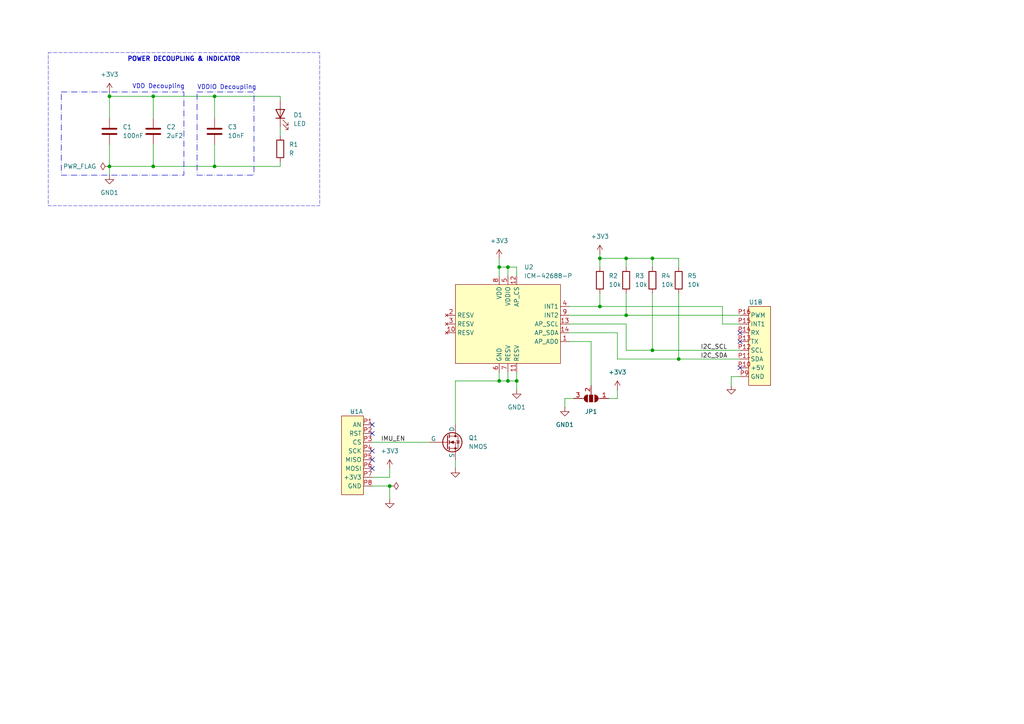
<source format=kicad_sch>
(kicad_sch (version 20250114) (generator "eeschema") (generator_version "9.0")
  (paper "A4")
  (title_block (title "IMU7Click_ICM-42688-P") (rev "0.1") (company "University of Cape Town") (comment 1 "Project: IMU7Click_Update") (comment 2 "Author: Theon_Smith"))
  (lib_symbols
    (symbol "Device:C" (pin_numbers (hide yes)) (pin_names (offset 0.254))
      (property "Reference" "C" (at 0.635 2.54 0))
      (property "Value" "C" (at 0.635 -2.54 0))
      (symbol "C_0_1"
        (polyline (pts (xy -2.032 0.762) (xy 2.032 0.762)) (stroke (width 0.508)))
        (polyline (pts (xy -2.032 -0.762) (xy 2.032 -0.762)) (stroke (width 0.508)))
      )
      (symbol "C_1_1"
        (pin passive line (at 0 3.81 270) (length 2.794) (name "~") (number "1"))
        (pin passive line (at 0 -3.81 90) (length 2.794) (name "~") (number "2"))
      )
    )
    (symbol "Device:LED" (pin_numbers (hide yes)) (pin_names (offset 1.016) (hide yes))
      (property "Reference" "D" (at 0 2.54 0))
      (property "Value" "LED" (at 0 -2.54 0))
      (symbol "LED_0_1"
        (polyline (pts (xy -3.048 -0.762) (xy -4.572 -2.286) (xy -3.81 -2.286) (xy -4.572 -2.286) (xy -4.572 -1.524)))
        (polyline (pts (xy -1.778 -0.762) (xy -3.302 -2.286) (xy -2.54 -2.286) (xy -3.302 -2.286) (xy -3.302 -1.524)))
        (polyline (pts (xy -1.27 0) (xy 1.27 0)))
        (polyline (pts (xy -1.27 -1.27) (xy -1.27 1.27)) (stroke (width 0.254)))
        (polyline (pts (xy 1.27 -1.27) (xy 1.27 1.27) (xy -1.27 0) (xy 1.27 -1.27)) (stroke (width 0.254)))
      )
      (symbol "LED_1_1"
        (pin passive line (at -3.81 0 0) (length 2.54) (name "K") (number "1"))
        (pin passive line (at 3.81 0 180) (length 2.54) (name "A") (number "2"))
      )
    )
    (symbol "Device:R" (pin_numbers (hide yes)) (pin_names (offset 0))
      (property "Reference" "R" (at 2.032 0 90))
      (property "Value" "R" (at 0 0 90))
      (symbol "R_0_1"
        (rectangle (start -1.016 -2.54) (end 1.016 2.54) (stroke (width 0.254)))
      )
      (symbol "R_1_1"
        (pin passive line (at 0 3.81 270) (length 1.27) (name "~") (number "1"))
        (pin passive line (at 0 -3.81 90) (length 1.27) (name "~") (number "2"))
      )
    )
    (symbol "IMU_ICM:ICM-42688-P"
      (property "Reference" "U" (at 13.208 12.954 0))
      (property "Value" "ICM-42688-P" (at 11.176 -12.7 0))
      (symbol "ICM-42688-P_0_0"
        (pin no_connect line (at -17.78 2.54 0) (length 2.54) (name "RESV") (number "2"))
        (pin no_connect line (at -17.78 0 0) (length 2.54) (name "RESV") (number "3"))
        (pin no_connect line (at -17.78 -2.54 0) (length 2.54) (name "RESV") (number "10"))
        (pin power_in line (at -2.54 13.97 270) (length 2.54) (name "VDD") (number "8"))
        (pin power_in line (at -2.54 -13.97 90) (length 2.54) (name "GND") (number "6"))
        (pin power_in line (at 0 13.97 270) (length 2.54) (name "VDDIO") (number "5"))
        (pin passive line (at 0 -13.97 90) (length 2.54) (name "RESV") (number "7"))
        (pin input line (at 2.54 13.97 270) (length 2.54) (name "AP_CS") (number "12"))
        (pin passive line (at 2.54 -13.97 90) (length 2.54) (name "RESV") (number "11"))
        (pin output line (at 17.78 5.08 180) (length 2.54) (name "INT1") (number "4"))
        (pin output line (at 17.78 2.54 180) (length 2.54) (name "INT2") (number "9"))
        (pin input line (at 17.78 0 180) (length 2.54) (name "AP_SCL") (number "13"))
        (pin bidirectional line (at 17.78 -2.54 180) (length 2.54) (name "AP_SDA") (number "14"))
        (pin input line (at 17.78 -5.08 180) (length 2.54) (name "AP_AD0") (number "1"))
      )
      (symbol "ICM-42688-P_1_1"
        (rectangle (start -15.24 11.43) (end 15.24 -11.43) (fill (type background)))
      )
    )
    (symbol "Jumper:SolderJumper_3_Open" (pin_names (offset 0) (hide yes)) (in_bom no)
      (property "Reference" "JP" (at -2.54 -2.54 0))
      (property "Value" "SolderJumper_3_Open" (at 0 2.794 0))
      (symbol "SolderJumper_3_Open_0_1"
        (polyline (pts (xy -2.54 0) (xy -2.032 0)))
        (polyline (pts (xy -1.016 1.016) (xy -1.016 -1.016)))
        (arc (start -1.016 -1.016) (mid -2.0276 0) (end -1.016 1.016))
        (arc (start -1.016 -1.016) (mid -2.0276 0) (end -1.016 1.016) (fill (type outline)))
        (rectangle (start -0.508 1.016) (end 0.508 -1.016) (fill (type outline)))
        (polyline (pts (xy 0 -1.27) (xy 0 -1.016)))
        (arc (start 1.016 1.016) (mid 2.0276 0) (end 1.016 -1.016))
        (arc (start 1.016 1.016) (mid 2.0276 0) (end 1.016 -1.016) (fill (type outline)))
        (polyline (pts (xy 1.016 1.016) (xy 1.016 -1.016)))
        (polyline (pts (xy 2.54 0) (xy 2.032 0)))
      )
      (symbol "SolderJumper_3_Open_1_1"
        (pin passive line (at -5.08 0 0) (length 2.54) (name "A") (number "1"))
        (pin passive line (at 0 -3.81 90) (length 2.54) (name "C") (number "2"))
        (pin passive line (at 5.08 0 180) (length 2.54) (name "B") (number "3"))
      )
    )
    (symbol "Simulation_SPICE:NMOS" (pin_numbers (hide yes)) (pin_names (offset 0))
      (property "Reference" "Q" (at 5.08 1.27 0))
      (property "Value" "NMOS" (at 5.08 -1.27 0))
      (symbol "NMOS_0_1"
        (polyline (pts (xy 0.254 1.905) (xy 0.254 -1.905)) (stroke (width 0.254)))
        (polyline (pts (xy 0.254 0) (xy -2.54 0)))
        (polyline (pts (xy 0.762 2.286) (xy 0.762 1.27)) (stroke (width 0.254)))
        (polyline (pts (xy 0.762 0.508) (xy 0.762 -0.508)) (stroke (width 0.254)))
        (polyline (pts (xy 0.762 -1.27) (xy 0.762 -2.286)) (stroke (width 0.254)))
        (polyline (pts (xy 0.762 -1.778) (xy 3.302 -1.778) (xy 3.302 1.778) (xy 0.762 1.778)))
        (polyline (pts (xy 1.016 0) (xy 2.032 0.381) (xy 2.032 -0.381) (xy 1.016 0)) (fill (type outline)))
        (circle (center 1.651 0) (radius 2.794) (stroke (width 0.254)))
        (polyline (pts (xy 2.54 2.54) (xy 2.54 1.778)))
        (circle (center 2.54 1.778) (radius 0.254) (fill (type outline)))
        (circle (center 2.54 -1.778) (radius 0.254) (fill (type outline)))
        (polyline (pts (xy 2.54 -2.54) (xy 2.54 0) (xy 0.762 0)))
        (polyline (pts (xy 2.794 0.508) (xy 2.921 0.381) (xy 3.683 0.381) (xy 3.81 0.254)))
        (polyline (pts (xy 3.302 0.381) (xy 2.921 -0.254) (xy 3.683 -0.254) (xy 3.302 0.381)))
      )
      (symbol "NMOS_1_1"
        (pin input line (at -5.08 0 0) (length 2.54) (name "G") (number "2"))
        (pin passive line (at 2.54 5.08 270) (length 2.54) (name "D") (number "1"))
        (pin passive line (at 2.54 -5.08 90) (length 2.54) (name "S") (number "3"))
      )
    )
    (symbol "mikroBUS:mikroBUS_Module" (in_bom no)
      (property "Reference" "U" (at 0.508 12.7 0))
      (symbol "mikroBUS_Module_1_0"
        (pin passive line (at -6.35 8.89 0) (length 2.54) (name "AN") (number "P1"))
        (pin passive line (at -6.35 6.35 0) (length 2.54) (name "RST") (number "P2"))
        (pin passive line (at -6.35 3.81 0) (length 2.54) (name "CS") (number "P3"))
        (pin output line (at -6.35 1.27 0) (length 2.54) (name "SCK") (number "P4"))
        (pin input line (at -6.35 -1.27 0) (length 2.54) (name "MISO") (number "P5"))
        (pin output line (at -6.35 -3.81 0) (length 2.54) (name "MOSI") (number "P6"))
        (pin power_out line (at -6.35 -6.35 0) (length 2.54) (name "+3V3") (number "P7"))
        (pin power_in line (at -6.35 -8.89 0) (length 2.54) (name "GND") (number "P8"))
      )
      (symbol "mikroBUS_Module_1_1"
        (rectangle (start -3.81 11.43) (end 2.54 -11.43) (fill (type background)))
      )
      (symbol "mikroBUS_Module_2_0"
        (pin passive line (at -6.35 8.89 0) (length 2.54) (name "PWM") (number "P16"))
        (pin passive line (at -6.35 6.35 0) (length 2.54) (name "INT1") (number "P15"))
        (pin passive line (at -6.35 3.81 0) (length 2.54) (name "RX") (number "P14"))
        (pin passive line (at -6.35 1.27 0) (length 2.54) (name "TX") (number "P13"))
        (pin passive line (at -6.35 -1.27 0) (length 2.54) (name "SCL") (number "P12"))
        (pin passive line (at -6.35 -3.81 0) (length 2.54) (name "SDA") (number "P11"))
        (pin power_out line (at -6.35 -6.35 0) (length 2.54) (name "+5V") (number "P10"))
        (pin power_in line (at -6.35 -8.89 0) (length 2.54) (name "GND") (number "P9"))
      )
      (symbol "mikroBUS_Module_2_1"
        (rectangle (start -3.81 11.43) (end 2.54 -11.43) (fill (type background)))
      )
    )
    (symbol "power:+3V3" (power) (pin_numbers (hide yes)) (pin_names (offset 0) (hide yes))
      (property "Value" "+3V3" (at 0 3.556 0))
      (symbol "+3V3_0_1"
        (polyline (pts (xy -0.762 1.27) (xy 0 2.54)))
        (polyline (pts (xy 0 2.54) (xy 0.762 1.27)))
        (polyline (pts (xy 0 0) (xy 0 2.54)))
      )
      (symbol "+3V3_1_1"
        (pin power_in line (at 0 0 90) (length 0) (name "~") (number "1"))
      )
    )
    (symbol "power:GND" (power) (pin_numbers (hide yes)) (pin_names (offset 0) (hide yes))
      (property "Value" "GND" (at 0 -3.81 0))
      (symbol "GND_0_1"
        (polyline (pts (xy 0 0) (xy 0 -1.27) (xy 1.27 -1.27) (xy 0 -2.54) (xy -1.27 -1.27) (xy 0 -1.27)))
      )
      (symbol "GND_1_1"
        (pin power_in line (at 0 0 270) (length 0) (name "~") (number "1"))
      )
    )
    (symbol "power:GND1" (power) (pin_numbers (hide yes)) (pin_names (offset 0) (hide yes))
      (property "Value" "GND1" (at 0 -3.81 0))
      (symbol "GND1_0_1"
        (polyline (pts (xy 0 0) (xy 0 -1.27) (xy 1.27 -1.27) (xy 0 -2.54) (xy -1.27 -1.27) (xy 0 -1.27)))
      )
      (symbol "GND1_1_1"
        (pin power_in line (at 0 0 270) (length 0) (name "~") (number "1"))
      )
    )
    (symbol "power:PWR_FLAG" (power) (pin_numbers (hide yes)) (pin_names (offset 0) (hide yes))
      (property "Value" "PWR_FLAG" (at 0 3.81 0))
      (symbol "PWR_FLAG_0_0"
        (pin power_out line (at 0 0 90) (length 0) (name "~") (number "1"))
      )
      (symbol "PWR_FLAG_0_1"
        (polyline (pts (xy 0 0) (xy 0 1.27) (xy -1.016 1.905) (xy 0 2.54) (xy 1.016 1.905) (xy 0 1.27)))
      )
    )
  )
  (rectangle (start 17.78 26.67) (end 53.34 50.8) (stroke (width 0) (type dash_dot)))
  (rectangle (start 57.15 26.67) (end 73.66 50.8) (stroke (width 0) (type dash_dot)))
  (text "VDDIO Decoupling" (at 65.786 25.4 0) (effects (font (size 1.27 1.27))))
  (text "VDD Decoupling\n" (at 45.974 25.146 0) (effects (font (size 1.27 1.27))))
  (text_box "POWER DECOUPLING & INDICATOR" (exclude_from_sim yes) (at 13.97 15.24 0) (size 78.74 44.45) (margins 1.0025 1.0025 1.0025 1.0025) (stroke (width 0.1) (type dash)) (effects (font (size 1.27 1.27) (thickness 0.254) (bold yes)) (justify top)))
  (text_box "Schematic Steps for PCB production:\n\n1. Fill in drawing sheet information\n\n2. Make your schematic. I like to use the TITLE block for separating circuits\n\n3. Test points, mounting holes\n\n4. Annotate\n\n5. Run an ERC\n\n6. Assign footprints\n\n7. BOM has an LCSC column, fill in for all components you want populated.\n\n8. Optional unit cost column\n\n9. If circuit is changed, don't forget revision number" (exclude_from_sim yes) (at 297.18 15.24 0) (size 87.63 49.53) (margins 1.125 1.125 1.125 1.125) (fill (type color) (color 255 255 255 1)) (effects (font (size 1.5 1.5)) (justify left top)))
  (junction (at 113.03 140.97))
  (junction (at 44.45 48.26))
  (junction (at 44.45 27.94))
  (junction (at 31.75 48.26))
  (junction (at 147.32 110.49))
  (junction (at 149.86 110.49))
  (junction (at 181.61 91.44))
  (junction (at 31.75 27.94))
  (junction (at 189.23 101.6))
  (junction (at 189.23 74.93))
  (junction (at 196.85 104.14))
  (junction (at 144.78 77.47))
  (junction (at 173.99 88.9))
  (junction (at 62.23 48.26))
  (junction (at 173.99 74.93))
  (junction (at 62.23 27.94))
  (junction (at 144.78 110.49))
  (junction (at 147.32 77.47))
  (junction (at 181.61 74.93))
  (no_connect (at 107.95 123.19))
  (no_connect (at 107.95 133.35))
  (no_connect (at 214.63 99.06))
  (no_connect (at 107.95 135.89))
  (no_connect (at 214.63 96.52))
  (no_connect (at 107.95 125.73))
  (no_connect (at 214.63 106.68))
  (no_connect (at 107.95 130.81))
  (wire (pts (xy 165.1 91.44) (xy 181.61 91.44)))
  (wire (pts (xy 189.23 74.93) (xy 189.23 77.47)))
  (wire (pts (xy 147.32 107.95) (xy 147.32 110.49)))
  (wire (pts (xy 31.75 50.8) (xy 31.75 48.26)))
  (wire (pts (xy 147.32 77.47) (xy 144.78 77.47)))
  (wire (pts (xy 149.86 80.01) (xy 149.86 77.47)))
  (wire (pts (xy 189.23 101.6) (xy 214.63 101.6)))
  (wire (pts (xy 81.28 36.83) (xy 81.28 39.37)))
  (wire (pts (xy 181.61 77.47) (xy 181.61 74.93)))
  (wire (pts (xy 196.85 77.47) (xy 196.85 74.93)))
  (wire (pts (xy 173.99 74.93) (xy 181.61 74.93)))
  (wire (pts (xy 189.23 85.09) (xy 189.23 101.6)))
  (wire (pts (xy 113.03 144.78) (xy 113.03 140.97)))
  (wire (pts (xy 147.32 80.01) (xy 147.32 77.47)))
  (wire (pts (xy 179.07 104.14) (xy 196.85 104.14)))
  (wire (pts (xy 149.86 110.49) (xy 149.86 113.03)))
  (wire (pts (xy 62.23 48.26) (xy 81.28 48.26)))
  (wire (pts (xy 62.23 41.91) (xy 62.23 48.26)))
  (wire (pts (xy 196.85 74.93) (xy 189.23 74.93)))
  (wire (pts (xy 181.61 101.6) (xy 189.23 101.6)))
  (wire (pts (xy 196.85 104.14) (xy 214.63 104.14)))
  (wire (pts (xy 144.78 107.95) (xy 144.78 110.49)))
  (wire (pts (xy 44.45 48.26) (xy 62.23 48.26)))
  (wire (pts (xy 171.45 111.76) (xy 171.45 99.06)))
  (wire (pts (xy 144.78 74.93) (xy 144.78 77.47)))
  (wire (pts (xy 81.28 48.26) (xy 81.28 46.99)))
  (wire (pts (xy 113.03 138.43) (xy 113.03 135.89)))
  (wire (pts (xy 163.83 115.57) (xy 166.37 115.57)))
  (wire (pts (xy 181.61 74.93) (xy 189.23 74.93)))
  (wire (pts (xy 107.95 128.27) (xy 124.46 128.27)))
  (wire (pts (xy 31.75 48.26) (xy 44.45 48.26)))
  (wire (pts (xy 173.99 77.47) (xy 173.99 74.93)))
  (wire (pts (xy 149.86 110.49) (xy 147.32 110.49)))
  (wire (pts (xy 81.28 27.94) (xy 62.23 27.94)))
  (wire (pts (xy 149.86 77.47) (xy 147.32 77.47)))
  (wire (pts (xy 209.55 93.98) (xy 214.63 93.98)))
  (wire (pts (xy 44.45 27.94) (xy 31.75 27.94)))
  (wire (pts (xy 181.61 93.98) (xy 181.61 101.6)))
  (wire (pts (xy 179.07 96.52) (xy 179.07 104.14)))
  (wire (pts (xy 31.75 26.67) (xy 31.75 27.94)))
  (wire (pts (xy 132.08 110.49) (xy 132.08 123.19)))
  (wire (pts (xy 165.1 96.52) (xy 179.07 96.52)))
  (wire (pts (xy 179.07 115.57) (xy 179.07 113.03)))
  (wire (pts (xy 144.78 77.47) (xy 144.78 80.01)))
  (wire (pts (xy 173.99 88.9) (xy 209.55 88.9)))
  (wire (pts (xy 62.23 34.29) (xy 62.23 27.94)))
  (wire (pts (xy 44.45 27.94) (xy 62.23 27.94)))
  (wire (pts (xy 113.03 140.97) (xy 107.95 140.97)))
  (wire (pts (xy 31.75 41.91) (xy 31.75 48.26)))
  (wire (pts (xy 165.1 93.98) (xy 181.61 93.98)))
  (wire (pts (xy 163.83 118.11) (xy 163.83 115.57)))
  (wire (pts (xy 196.85 85.09) (xy 196.85 104.14)))
  (wire (pts (xy 107.95 138.43) (xy 113.03 138.43)))
  (wire (pts (xy 44.45 41.91) (xy 44.45 48.26)))
  (wire (pts (xy 181.61 85.09) (xy 181.61 91.44)))
  (wire (pts (xy 214.63 109.22) (xy 212.09 109.22)))
  (wire (pts (xy 173.99 85.09) (xy 173.99 88.9)))
  (wire (pts (xy 181.61 91.44) (xy 214.63 91.44)))
  (wire (pts (xy 176.53 115.57) (xy 179.07 115.57)))
  (wire (pts (xy 165.1 88.9) (xy 173.99 88.9)))
  (wire (pts (xy 132.08 133.35) (xy 132.08 135.89)))
  (wire (pts (xy 149.86 107.95) (xy 149.86 110.49)))
  (wire (pts (xy 171.45 99.06) (xy 165.1 99.06)))
  (wire (pts (xy 31.75 27.94) (xy 31.75 34.29)))
  (wire (pts (xy 147.32 110.49) (xy 144.78 110.49)))
  (wire (pts (xy 81.28 29.21) (xy 81.28 27.94)))
  (wire (pts (xy 173.99 73.66) (xy 173.99 74.93)))
  (wire (pts (xy 212.09 109.22) (xy 212.09 111.76)))
  (wire (pts (xy 132.08 110.49) (xy 144.78 110.49)))
  (wire (pts (xy 44.45 34.29) (xy 44.45 27.94)))
  (wire (pts (xy 209.55 93.98) (xy 209.55 88.9)))
  (label "I2C_SCL" (at 203.2 101.6 0))
  (label "I2C_SDA" (at 203.2 104.14 0))
  (label "IMU_EN" (at 110.49 128.27 0))
  (symbol (lib_id "power:GND1") (at 149.86 113.03 0) (unit 1)
    (property "Reference" "#PWR07" (effects (hide yes)))
    (property "Value" "GND1" (at 149.86 118.11 0))
    (property "Description" "Power symbol creates a global label with name \"GND1\" , ground" (effects (hide yes)))
  )
  (symbol (lib_id "Device:R") (at 81.28 43.18 0) (unit 1)
    (property "Reference" "R1" (at 83.82 41.9099 0) (effects (justify left)))
    (property "Value" "R" (at 83.82 44.4499 0) (effects (justify left)))
    (property "Footprint" "Resistor_SMD:R_0603_1608Metric_Pad0.98x0.95mm_HandSolder" (effects (hide yes)))
    (property "Description" "Resistor" (effects (hide yes)))
  )
  (symbol (lib_id "IMU_ICM:ICM-42688-P") (at 147.32 93.98 0) (unit 1)
    (property "Reference" "U2" (at 152.0033 77.47 0) (effects (justify left)))
    (property "Value" "ICM-42688-P" (at 152.0033 80.01 0) (effects (justify left)))
    (property "Footprint" "ICM-42688-P:ICM-42688-P" (effects (hide yes)))
    (property "Description" "ICM-42688-P for use with I2C" (effects (hide yes)))
  )
  (symbol (lib_id "Device:C") (at 62.23 38.1 0) (unit 1)
    (property "Reference" "C3" (at 66.04 36.8299 0) (effects (justify left)))
    (property "Value" "10nF" (at 66.04 39.3699 0) (effects (justify left)))
    (property "Footprint" "Capacitor_SMD:C_0603_1608Metric_Pad1.08x0.95mm_HandSolder" (effects (hide yes)))
    (property "Description" "Unpolarized capacitor" (effects (hide yes)))
  )
  (symbol (lib_id "power:+3V3") (at 179.07 113.03 0) (unit 1)
    (property "Reference" "#PWR010" (effects (hide yes)))
    (property "Value" "+3V3" (at 179.07 107.95 0))
    (property "Description" "Power symbol creates a global label with name \"+3V3\"" (effects (hide yes)))
  )
  (symbol (lib_id "Device:LED") (at 81.28 33.02 90) (unit 1)
    (property "Reference" "D1" (at 85.09 33.3374 90) (effects (justify right)))
    (property "Value" "LED" (at 85.09 35.8774 90) (effects (justify right)))
    (property "Footprint" "LED_SMD:LED_0805_2012Metric_Pad1.15x1.40mm_HandSolder" (effects (hide yes)))
    (property "Description" "Light emitting diode" (effects (hide yes)))
    (property "Sim.Pins" "1=K 2=A" (effects (hide yes)))
  )
  (symbol (lib_id "power:GND") (at 212.09 111.76 0) (unit 1)
    (property "Reference" "#PWR011" (effects (hide yes)))
    (property "Value" "GND" (effects (hide yes)))
    (property "Description" "Power symbol creates a global label with name \"GND\" , ground" (effects (hide yes)))
  )
  (symbol (lib_id "Device:R") (at 189.23 81.28 0) (unit 1)
    (property "Reference" "R4" (at 191.77 80.0099 0) (effects (justify left)))
    (property "Value" "10k" (at 191.77 82.5499 0) (effects (justify left)))
    (property "Footprint" "Resistor_SMD:R_0603_1608Metric_Pad0.98x0.95mm_HandSolder" (effects (hide yes)))
    (property "Description" "Resistor" (effects (hide yes)))
  )
  (symbol (lib_id "power:PWR_FLAG") (at 31.75 48.26 90) (unit 1)
    (property "Reference" "#FLG01" (effects (hide yes)))
    (property "Value" "PWR_FLAG" (at 27.94 48.2599 90) (effects (justify left)))
    (property "Description" "Special symbol for telling ERC where power comes from" (effects (hide yes)))
  )
  (symbol (lib_id "power:+3V3") (at 173.99 73.66 0) (unit 1)
    (property "Reference" "#PWR09" (effects (hide yes)))
    (property "Value" "+3V3" (at 173.99 68.58 0))
    (property "Description" "Power symbol creates a global label with name \"+3V3\"" (effects (hide yes)))
  )
  (symbol (lib_id "Device:C") (at 44.45 38.1 0) (unit 1)
    (property "Reference" "C2" (at 48.26 36.8299 0) (effects (justify left)))
    (property "Value" "2uF2" (at 48.26 39.3699 0) (effects (justify left)))
    (property "Footprint" "Capacitor_SMD:C_0603_1608Metric_Pad1.08x0.95mm_HandSolder" (effects (hide yes)))
    (property "Description" "Unpolarized capacitor" (effects (hide yes)))
  )
  (symbol (lib_id "Device:R") (at 196.85 81.28 0) (unit 1)
    (property "Reference" "R5" (at 199.39 80.0099 0) (effects (justify left)))
    (property "Value" "10k" (at 199.39 82.5499 0) (effects (justify left)))
    (property "Footprint" "Resistor_SMD:R_0603_1608Metric_Pad0.98x0.95mm_HandSolder" (effects (hide yes)))
    (property "Description" "Resistor" (effects (hide yes)))
  )
  (symbol (lib_id "power:GND1") (at 163.83 118.11 0) (unit 1)
    (property "Reference" "#PWR08" (effects (hide yes)))
    (property "Value" "GND1" (at 163.83 123.19 0))
    (property "Description" "Power symbol creates a global label with name \"GND1\" , ground" (effects (hide yes)))
  )
  (symbol (lib_id "power:GND1") (at 31.75 50.8 0) (unit 1)
    (property "Reference" "#PWR02" (effects (hide yes)))
    (property "Value" "GND1" (at 31.75 55.88 0))
    (property "Description" "Power symbol creates a global label with name \"GND1\" , ground" (effects (hide yes)))
  )
  (symbol (lib_id "Device:R") (at 173.99 81.28 0) (unit 1)
    (property "Reference" "R2" (at 176.53 80.0099 0) (effects (justify left)))
    (property "Value" "10k" (at 176.53 82.5499 0) (effects (justify left)))
    (property "Footprint" "Resistor_SMD:R_0603_1608Metric_Pad0.98x0.95mm_HandSolder" (effects (hide yes)))
    (property "Description" "Resistor" (effects (hide yes)))
  )
  (symbol (lib_id "power:+3V3") (at 31.75 26.67 0) (unit 1)
    (property "Reference" "#PWR01" (effects (hide yes)))
    (property "Value" "+3V3" (at 31.75 21.59 0))
    (property "Description" "Power symbol creates a global label with name \"+3V3\"" (effects (hide yes)))
  )
  (symbol (lib_id "power:GND") (at 132.08 135.89 0) (unit 1)
    (property "Reference" "#PWR05" (effects (hide yes)))
    (property "Value" "GND" (effects (hide yes)))
    (property "Description" "Power symbol creates a global label with name \"GND\" , ground" (effects (hide yes)))
  )
  (symbol (lib_id "mikroBUS:mikroBUS_Module") (at 101.6 132.08 0) (mirror y) (unit 1) (in_bom no)
    (property "Reference" "U1" (at 103.378 119.38 0))
    (property "Value" "~" (at 102.235 119.38 0))
    (property "Footprint" "mikroBUS:MIKROBUS_HOST_CONN" (effects (hide yes)))
    (property "Description" "IO for a powered mikroBUS module" (effects (hide yes)))
  )
  (symbol (lib_id "power:+3V3") (at 144.78 74.93 0) (unit 1)
    (property "Reference" "#PWR06" (effects (hide yes)))
    (property "Value" "+3V3" (at 144.78 69.85 0))
    (property "Description" "Power symbol creates a global label with name \"+3V3\"" (effects (hide yes)))
  )
  (symbol (lib_id "mikroBUS:mikroBUS_Module") (at 220.98 100.33 0) (unit 2) (in_bom no)
    (property "Reference" "U1" (at 219.202 87.63 0))
    (property "Value" "~" (at 220.345 87.63 0))
    (property "Footprint" "mikroBUS:MIKROBUS_HOST_CONN" (effects (hide yes)))
    (property "Description" "IO for a powered mikroBUS module" (effects (hide yes)))
  )
  (symbol (lib_id "Simulation_SPICE:NMOS") (at 129.54 128.27 0) (unit 1)
    (property "Reference" "Q1" (at 135.89 126.9999 0) (effects (justify left)))
    (property "Value" "NMOS" (at 135.89 129.5399 0) (effects (justify left)))
    (property "Footprint" "Package_TO_SOT_SMD:SOT-23-3" (effects (hide yes)))
    (property "Datasheet" "https://ngspice.sourceforge.io/docs/ngspice-html-manual/manual.xhtml#cha_MOSFETs" (effects (hide yes)))
    (property "Description" "N-MOSFET transistor, drain/source/gate" (effects (hide yes)))
    (property "Sim.Device" "NMOS" (effects (hide yes)))
    (property "Sim.Type" "VDMOS" (effects (hide yes)))
    (property "Sim.Pins" "1=D 2=G 3=S" (effects (hide yes)))
  )
  (symbol (lib_id "power:GND") (at 113.03 144.78 0) (unit 1)
    (property "Reference" "#PWR04" (effects (hide yes)))
    (property "Value" "GND" (effects (hide yes)))
    (property "Description" "Power symbol creates a global label with name \"GND\" , ground" (effects (hide yes)))
  )
  (symbol (lib_id "Device:C") (at 31.75 38.1 0) (unit 1)
    (property "Reference" "C1" (at 35.56 36.8299 0) (effects (justify left)))
    (property "Value" "100nF" (at 35.56 39.3699 0) (effects (justify left)))
    (property "Footprint" "Capacitor_SMD:C_0603_1608Metric_Pad1.08x0.95mm_HandSolder" (effects (hide yes)))
    (property "Description" "Unpolarized capacitor" (effects (hide yes)))
  )
  (symbol (lib_id "power:PWR_FLAG") (at 113.03 140.97 270) (unit 1)
    (property "Reference" "#FLG02" (effects (hide yes)))
    (property "Value" "PWR_FLAG" (effects (hide yes)))
    (property "Description" "Special symbol for telling ERC where power comes from" (effects (hide yes)))
  )
  (symbol (lib_id "power:+3V3") (at 113.03 135.89 0) (unit 1)
    (property "Reference" "#PWR03" (effects (hide yes)))
    (property "Value" "+3V3" (at 113.03 130.81 0))
    (property "Description" "Power symbol creates a global label with name \"+3V3\"" (effects (hide yes)))
  )
  (symbol (lib_id "Device:R") (at 181.61 81.28 0) (unit 1)
    (property "Reference" "R3" (at 184.15 80.0099 0) (effects (justify left)))
    (property "Value" "10k" (at 184.15 82.5499 0) (effects (justify left)))
    (property "Footprint" "Resistor_SMD:R_0603_1608Metric_Pad0.98x0.95mm_HandSolder" (effects (hide yes)))
    (property "Description" "Resistor" (effects (hide yes)))
  )
  (symbol (lib_id "Jumper:SolderJumper_3_Open") (at 171.45 115.57 180) (unit 1) (in_bom no)
    (property "Reference" "JP1" (at 171.45 119.38 0))
    (property "Value" "SolderJumper_3_Open" (effects (hide yes)))
    (property "Footprint" "Jumper:SolderJumper-3_P1.3mm_Open_RoundedPad1.0x1.5mm_NumberLabels" (effects (hide yes)))
    (property "Description" "Solder Jumper, 3-pole, open" (effects (hide yes)))
  )
)
</source>
